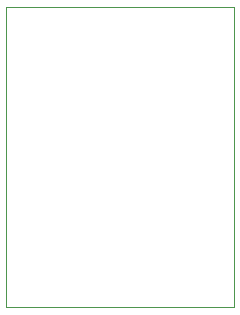
<source format=gbr>
G04 #@! TF.GenerationSoftware,KiCad,Pcbnew,5.1.5+dfsg1-2build2*
G04 #@! TF.CreationDate,2023-07-02T11:19:26+01:00*
G04 #@! TF.ProjectId,hd36106_replacement,68643336-3130-4365-9f72-65706c616365,rev?*
G04 #@! TF.SameCoordinates,Original*
G04 #@! TF.FileFunction,Profile,NP*
%FSLAX46Y46*%
G04 Gerber Fmt 4.6, Leading zero omitted, Abs format (unit mm)*
G04 Created by KiCad (PCBNEW 5.1.5+dfsg1-2build2) date 2023-07-02 11:19:26*
%MOMM*%
%LPD*%
G04 APERTURE LIST*
%ADD10C,0.050000*%
G04 APERTURE END LIST*
D10*
X118364000Y-82804000D02*
X118872000Y-82804000D01*
X118364000Y-108204000D02*
X118364000Y-82804000D01*
X137668000Y-108204000D02*
X118364000Y-108204000D01*
X137668000Y-82804000D02*
X137668000Y-108204000D01*
X118872000Y-82804000D02*
X137668000Y-82804000D01*
M02*

</source>
